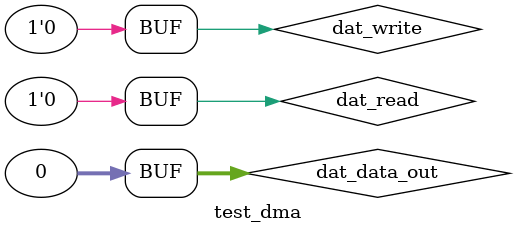
<source format=v>


`include "ADMA/modules/dma.v"
`include "ADMA/modules/ram.v"
//`include "ADMA/modules/simple_fifo.v"
`include "ADMA/signals/dma_signals.v"
`include "buffer/buffer_wrapper.v"


module test_dma;

   wire RESET;
   wire CLK;

   wire [31:0] data_ram_to_dma;
   wire [31:0] data_dma_to_ram;
   wire [31:0] data_fifo_to_dma;
   wire [31:0] data_dma_to_fifo;
   
   wire        fifo_full;
   wire        fifo_empty;
   wire        start_transfer_flag;
   wire [63:0] ram_address;
   wire        ram_write;
   wire        ram_read;
   wire        fifo_read;
   wire        fifo_write;


   wire [15:0] adma_address_register_0;
   wire [15:0] adma_address_register_1;
   wire [15:0] adma_address_register_2;
   wire [15:0] adma_address_register_3;
   wire [15:0] command_register;
   wire [15:0] block_gap_control_register;
   wire [15:0] block_size_register;
   wire [15:0] block_count_register;
   wire [15:0] transfer_mode_register_in;

   wire        enable_write;
   wire [15:0] error_adma_register;

   wire        not_reset;
   assign not_reset=~RESET;
   
   wire 	       dat_full;
   wire 	       dat_empty;
   reg 	       dat_read=0;
   reg 	       dat_write=0;
   
   wire [31:0] dat_data_in;
   reg [31:0] dat_data_out=0;
   
   

   dma dma(
	   .RESET(RESET),
	   .CLK(CLK),
	   .adma_address_register_0(adma_address_register_0),
	   .adma_address_register_1(adma_address_register_1),
	   .adma_address_register_2(adma_address_register_2),
	   .adma_address_register_3(adma_address_register_3),
	   .command_register(command_register),
	   .block_gap_control_register(block_gap_control_register),
	   .block_size_register(block_size_register),
	   .block_count_register(block_count_register),
	   .transfer_mode_register_in(transfer_mode_register_in),
	   .data_from_ram(data_ram_to_dma),
	   .data_from_fifo(data_fifo_to_dma),
	   .fifo_full(fifo_full),
	   .fifo_empty(fifo_empty),
	   .error_adma_register(error_adma_register),
	   .data_to_ram(data_dma_to_ram),
	   .data_to_fifo(data_dma_to_fifo),
	   .start_transfer(start_transfer_flag),
	   .ram_address(ram_address),
	   .ram_write(ram_write),
	   .ram_read(ram_read),
	   .fifo_read(fifo_read),
	   .fifo_write(fifo_write),
	   .start_flag(!RESET),
	   .enable_write(enable_write)
	   );

   buffer_wrapper buffer_wrapper(.host_clk(CLK),
				 .sd_clk(CLK),
				 .rst_L(not_reset),
				 .rx_buf_rd_host(fifo_read),//dma
				 .tx_buf_wr_host(fifo_write),//dma
				 .rx_buf_wr_dat(dat_write),//dat
				 .tx_buf_rd_dat(dat_read),//dat
				 .rx_buf_din(dat_data_out),//dat
				 .tx_buf_din(data_dma_to_fifo),//dma
				 .rx_buf_dout(data_fifo_to_dma),//dma
				 .tx_buf_dout(dat_data_in),//dat
				 .tx_buf_empty(dat_empty),//dat
				 .tx_buf_full(fifo_full),//dma
				 .rx_buf_empty(fifo_empty),//dma
				 .rx_buf_full(dat_full)//dat
				 );

   dma_signal dma_signal(.RESET(RESET),
			 .CLK(CLK),
			 .adma_address_register_0(adma_address_register_0),
			 .adma_address_register_1(adma_address_register_1),
			 .adma_address_register_2(adma_address_register_2),
			 .adma_address_register_3(adma_address_register_3),
			 .command_register(command_register),
			 .block_gap_control_register(block_gap_control_register),
			 .block_size_register(block_size_register),
			 .block_count_register(block_count_register),
			 .transfer_mode_register_in(transfer_mode_register_in)
			 );

   ram ram(.address(ram_address), 
	   .write(ram_write), 
	   .read(ram_read), 
	   .data_in(data_dma_to_ram), 
	   .data_out(data_ram_to_dma), 
	   .CLK(CLK));

   // simple_fifo simple_fifo(.data_in(data_dma_to_fifo), 
   // 			   .data_out(data_fifo_to_dma), 
   // 			   .write(fifo_write), 
   // 			   .read(fifo_read), 
   // 			   .full(fifo_full), 
   // 			   .empty(fifo_empty), 
   // 			   .CLK(CLK));


endmodule // test_dma

   

</source>
